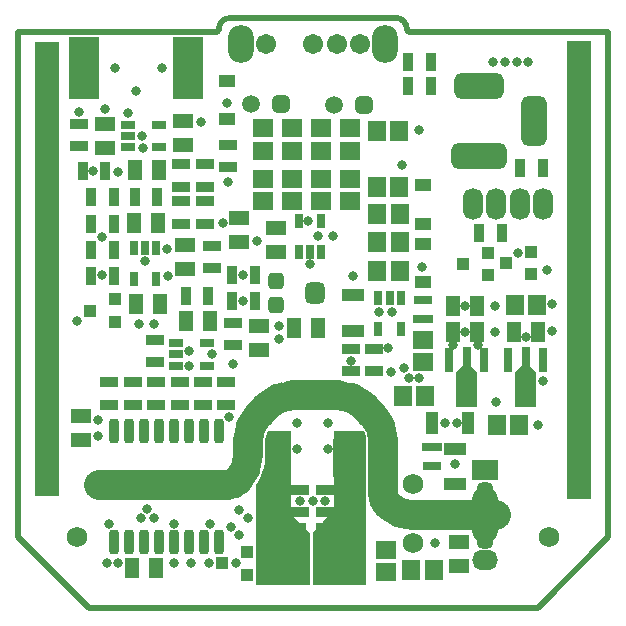
<source format=gts>
G04*
G04 #@! TF.GenerationSoftware,Altium Limited,CircuitStudio,1.5.2 (1.5.2.30)*
G04*
G04 Layer_Color=20142*
%FSLAX44Y44*%
%MOMM*%
G71*
G01*
G75*
%ADD34C,0.5000*%
%ADD36C,2.5000*%
%ADD55R,2.0000X38.7500*%
%ADD56R,2.0000X38.5000*%
%ADD61R,0.9032X1.5032*%
G04:AMPARAMS|DCode=62|XSize=0.8032mm|YSize=2.1032mm|CornerRadius=0.2516mm|HoleSize=0mm|Usage=FLASHONLY|Rotation=180.000|XOffset=0mm|YOffset=0mm|HoleType=Round|Shape=RoundedRectangle|*
%AMROUNDEDRECTD62*
21,1,0.8032,1.6000,0,0,180.0*
21,1,0.3000,2.1032,0,0,180.0*
1,1,0.5032,-0.1500,0.8000*
1,1,0.5032,0.1500,0.8000*
1,1,0.5032,0.1500,-0.8000*
1,1,0.5032,-0.1500,-0.8000*
%
%ADD62ROUNDEDRECTD62*%
%ADD63R,2.6162X5.2832*%
%ADD64R,1.2032X1.7272*%
%ADD65R,1.8032X1.5032*%
%ADD66R,1.5032X1.8032*%
%ADD67R,0.4532X0.4532*%
%ADD68R,0.7432X2.0932*%
%ADD69R,1.5032X0.9032*%
%ADD70R,0.8032X1.2032*%
%ADD71R,1.1176X1.0160*%
%ADD72R,1.7272X1.2032*%
%ADD73R,1.2032X0.8032*%
%ADD74R,1.4232X1.1132*%
%ADD75R,1.9052X1.1172*%
%ADD76R,1.1172X1.9052*%
%ADD77R,1.6032X0.8032*%
%ADD78R,1.6532X0.8032*%
G04:AMPARAMS|DCode=79|XSize=1.8032mm|YSize=3.7032mm|CornerRadius=0.3016mm|HoleSize=0mm|Usage=FLASHONLY|Rotation=0.000|XOffset=0mm|YOffset=0mm|HoleType=Round|Shape=RoundedRectangle|*
%AMROUNDEDRECTD79*
21,1,1.8032,3.1000,0,0,0.0*
21,1,1.2000,3.7032,0,0,0.0*
1,1,0.6032,0.6000,-1.5500*
1,1,0.6032,-0.6000,-1.5500*
1,1,0.6032,-0.6000,1.5500*
1,1,0.6032,0.6000,1.5500*
%
%ADD79ROUNDEDRECTD79*%
%ADD80R,1.8032X3.7032*%
G04:AMPARAMS|DCode=81|XSize=1.4032mm|YSize=1.4032mm|CornerRadius=0.4016mm|HoleSize=0mm|Usage=FLASHONLY|Rotation=270.000|XOffset=0mm|YOffset=0mm|HoleType=Round|Shape=RoundedRectangle|*
%AMROUNDEDRECTD81*
21,1,1.4032,0.6000,0,0,270.0*
21,1,0.6000,1.4032,0,0,270.0*
1,1,0.8032,-0.3000,-0.3000*
1,1,0.8032,-0.3000,0.3000*
1,1,0.8032,0.3000,0.3000*
1,1,0.8032,0.3000,-0.3000*
%
%ADD81ROUNDEDRECTD81*%
G04:AMPARAMS|DCode=82|XSize=1.8032mm|YSize=1.7032mm|CornerRadius=0.4766mm|HoleSize=0mm|Usage=FLASHONLY|Rotation=270.000|XOffset=0mm|YOffset=0mm|HoleType=Round|Shape=RoundedRectangle|*
%AMROUNDEDRECTD82*
21,1,1.8032,0.7500,0,0,270.0*
21,1,0.8500,1.7032,0,0,270.0*
1,1,0.9532,-0.3750,-0.4250*
1,1,0.9532,-0.3750,0.4250*
1,1,0.9532,0.3750,0.4250*
1,1,0.9532,0.3750,-0.4250*
%
%ADD82ROUNDEDRECTD82*%
%ADD83O,1.7032X2.7032*%
%ADD84C,1.7272*%
%ADD85C,1.5032*%
G04:AMPARAMS|DCode=86|XSize=1.5032mm|YSize=1.5032mm|CornerRadius=0.4266mm|HoleSize=0mm|Usage=FLASHONLY|Rotation=180.000|XOffset=0mm|YOffset=0mm|HoleType=Round|Shape=RoundedRectangle|*
%AMROUNDEDRECTD86*
21,1,1.5032,0.6500,0,0,180.0*
21,1,0.6500,1.5032,0,0,180.0*
1,1,0.8532,-0.3250,0.3250*
1,1,0.8532,0.3250,0.3250*
1,1,0.8532,0.3250,-0.3250*
1,1,0.8532,-0.3250,-0.3250*
%
%ADD86ROUNDEDRECTD86*%
G04:AMPARAMS|DCode=87|XSize=2.2032mm|YSize=4.2032mm|CornerRadius=0.6016mm|HoleSize=0mm|Usage=FLASHONLY|Rotation=90.000|XOffset=0mm|YOffset=0mm|HoleType=Round|Shape=RoundedRectangle|*
%AMROUNDEDRECTD87*
21,1,2.2032,3.0000,0,0,90.0*
21,1,1.0000,4.2032,0,0,90.0*
1,1,1.2032,1.5000,0.5000*
1,1,1.2032,1.5000,-0.5000*
1,1,1.2032,-1.5000,-0.5000*
1,1,1.2032,-1.5000,0.5000*
%
%ADD87ROUNDEDRECTD87*%
G04:AMPARAMS|DCode=88|XSize=2.2032mm|YSize=4.7032mm|CornerRadius=0.6016mm|HoleSize=0mm|Usage=FLASHONLY|Rotation=270.000|XOffset=0mm|YOffset=0mm|HoleType=Round|Shape=RoundedRectangle|*
%AMROUNDEDRECTD88*
21,1,2.2032,3.5000,0,0,270.0*
21,1,1.0000,4.7032,0,0,270.0*
1,1,1.2032,-1.7500,-0.5000*
1,1,1.2032,-1.7500,0.5000*
1,1,1.2032,1.7500,0.5000*
1,1,1.2032,1.7500,-0.5000*
%
%ADD88ROUNDEDRECTD88*%
G04:AMPARAMS|DCode=89|XSize=2.2032mm|YSize=4.2032mm|CornerRadius=0.6016mm|HoleSize=0mm|Usage=FLASHONLY|Rotation=180.000|XOffset=0mm|YOffset=0mm|HoleType=Round|Shape=RoundedRectangle|*
%AMROUNDEDRECTD89*
21,1,2.2032,3.0000,0,0,180.0*
21,1,1.0000,4.2032,0,0,180.0*
1,1,1.2032,-0.5000,1.5000*
1,1,1.2032,0.5000,1.5000*
1,1,1.2032,0.5000,-1.5000*
1,1,1.2032,-0.5000,-1.5000*
%
%ADD89ROUNDEDRECTD89*%
%ADD90C,1.7032*%
%ADD91O,2.2032X3.2032*%
%ADD92R,2.7432X2.7432*%
%ADD93C,2.7432*%
%ADD94O,2.2032X1.7032*%
%ADD95C,2.2032*%
%ADD96R,2.2032X1.7032*%
%ADD97C,0.8032*%
%ADD98C,1.4532*%
G36*
X414000Y500000D02*
X414000Y430000D01*
X430000Y414000D01*
X430000Y370000D01*
X384898D01*
X384000Y370898D01*
X384000Y453950D01*
X385896Y456789D01*
X385948Y456913D01*
X386030Y457020D01*
X388532Y462094D01*
X388567Y462224D01*
X388634Y462341D01*
X390453Y467699D01*
X390471Y467832D01*
X390522Y467956D01*
X391626Y473506D01*
Y473641D01*
X391661Y473770D01*
X392031Y479417D01*
X392022Y479484D01*
X392035Y479550D01*
Y479550D01*
X392034Y479557D01*
X392035Y479565D01*
X391943Y492265D01*
X391891Y492516D01*
X392176Y495410D01*
X393098Y498448D01*
X393927Y500000D01*
X414000Y500000D01*
D02*
G37*
G36*
X476002Y498448D02*
X476924Y495410D01*
X477000Y494637D01*
X477000Y370013D01*
X432898Y369973D01*
X432000Y370871D01*
X432000Y413600D01*
X450000Y432800D01*
X450000Y500000D01*
X475172Y500000D01*
X476002Y498448D01*
D02*
G37*
G36*
X615999Y555499D02*
X621500Y550000D01*
X621500Y520500D01*
X603500D01*
X603499Y549999D01*
X609001Y555500D01*
X609000Y571000D01*
X616000D01*
X615999Y555499D01*
D02*
G37*
G36*
X565999D02*
X571500Y550000D01*
X571500Y520500D01*
X553500D01*
X553499Y549999D01*
X559001Y555500D01*
X559000Y571000D01*
X566000D01*
X565999Y555499D01*
D02*
G37*
D34*
X350049Y837549D02*
G03*
X352549Y840049I0J2500D01*
G01*
X362549Y850049D02*
G03*
X352549Y840049I0J-10000D01*
G01*
X512000D02*
G03*
X514500Y837549I2500J0D01*
G01*
X512000Y840049D02*
G03*
X502000Y850049I-10000J0D01*
G01*
X362549D02*
X502000D01*
X667500Y837549D02*
X682500D01*
X514500D02*
X667500D01*
X182500Y837500D02*
X350049D01*
X682500Y410000D02*
Y837549D01*
X622600Y350100D02*
X682500Y410000D01*
X182500D02*
Y837500D01*
X242400Y350100D02*
X622600D01*
X182500Y410000D02*
X242400Y350100D01*
D36*
X359439Y454150D02*
G03*
X368420Y457870I0J12700D01*
G01*
D02*
G03*
X377400Y479550I-21680J21680D01*
G01*
X386380Y513930D02*
G03*
X377400Y492250I21680J-21680D01*
G01*
X415500Y530350D02*
G03*
X393820Y521370I0J-30661D01*
G01*
X475280D02*
G03*
X453600Y530350I-21680J-21680D01*
G01*
X491700Y492250D02*
G03*
X482720Y513930I-30661J0D01*
G01*
X491700Y446711D02*
G03*
X495420Y437730I12700J0D01*
G01*
D02*
G03*
X517100Y428750I21680J21680D01*
G01*
X251000Y454150D02*
X359439D01*
X377400Y479550D02*
Y492250D01*
X386380Y513930D02*
X393820Y521370D01*
X415500Y530350D02*
X453600D01*
X475280Y521370D02*
X482720Y513930D01*
X491700Y446711D02*
Y492250D01*
X517100Y428750D02*
X587250D01*
D55*
X657500Y636250D02*
D03*
D56*
X207500Y637500D02*
D03*
D61*
X627000Y722500D02*
D03*
X608000D02*
D03*
X573000Y667500D02*
D03*
X592000D02*
D03*
X300500Y698000D02*
D03*
X281500D02*
D03*
X263500Y631000D02*
D03*
X244500D02*
D03*
X263500Y675667D02*
D03*
X244500D02*
D03*
X263500Y698000D02*
D03*
X244500D02*
D03*
X513000Y812500D02*
D03*
X532000D02*
D03*
X263500Y653333D02*
D03*
X244500D02*
D03*
X237549Y719790D02*
D03*
X256549D02*
D03*
X513000Y792500D02*
D03*
X532000D02*
D03*
X364000Y610000D02*
D03*
X383000D02*
D03*
Y632000D02*
D03*
X364000D02*
D03*
X343500Y614000D02*
D03*
X324500D02*
D03*
D62*
X352700Y500250D02*
D03*
X263800D02*
D03*
X276500D02*
D03*
X289200D02*
D03*
X301900D02*
D03*
X314600D02*
D03*
X327300D02*
D03*
X340000D02*
D03*
X352700Y406250D02*
D03*
X340000D02*
D03*
X327300D02*
D03*
X314600D02*
D03*
X301900D02*
D03*
X289200D02*
D03*
X276500D02*
D03*
X263800D02*
D03*
D63*
X238685Y807000D02*
D03*
X326315D02*
D03*
D64*
X420590Y414000D02*
D03*
X440910D02*
D03*
X622660Y584000D02*
D03*
X602340D02*
D03*
X280840Y676000D02*
D03*
X301160D02*
D03*
X324590Y593000D02*
D03*
X344910D02*
D03*
X571410Y584000D02*
D03*
X551090D02*
D03*
X571160Y606250D02*
D03*
X550840D02*
D03*
X299160Y383840D02*
D03*
X278840D02*
D03*
X281270Y720730D02*
D03*
X301590D02*
D03*
X282840Y607500D02*
D03*
X303160D02*
D03*
X416340Y587500D02*
D03*
X436660D02*
D03*
D65*
X439020Y737210D02*
D03*
Y756210D02*
D03*
X463597Y737210D02*
D03*
Y756210D02*
D03*
X414443Y737210D02*
D03*
Y756210D02*
D03*
X389867Y737210D02*
D03*
Y756210D02*
D03*
X439020Y713710D02*
D03*
Y694710D02*
D03*
X463597Y713710D02*
D03*
Y694710D02*
D03*
X414443Y713710D02*
D03*
Y694710D02*
D03*
X389867Y713710D02*
D03*
Y694710D02*
D03*
X525250Y577150D02*
D03*
Y558150D02*
D03*
X494000Y380500D02*
D03*
Y399500D02*
D03*
D66*
X607000Y505000D02*
D03*
X588000D02*
D03*
X603000Y606410D02*
D03*
X622000D02*
D03*
X486500Y754250D02*
D03*
X505500D02*
D03*
X505250Y707000D02*
D03*
X486250D02*
D03*
X505750Y635900D02*
D03*
X486750D02*
D03*
X505750Y659950D02*
D03*
X486750D02*
D03*
X534500Y382000D02*
D03*
X515500D02*
D03*
X527250Y530000D02*
D03*
X508250D02*
D03*
X505750Y684000D02*
D03*
X486750D02*
D03*
D67*
X612500Y529500D02*
D03*
X562500D02*
D03*
D68*
X597500Y560500D02*
D03*
X627500D02*
D03*
X547500D02*
D03*
X577500D02*
D03*
D69*
X359000Y541250D02*
D03*
Y522250D02*
D03*
X260000Y541250D02*
D03*
Y522250D02*
D03*
X339200Y541250D02*
D03*
Y522250D02*
D03*
X279800Y541250D02*
D03*
Y522250D02*
D03*
X484249Y569500D02*
D03*
Y550500D02*
D03*
X464250Y569500D02*
D03*
Y550500D02*
D03*
X299000Y577500D02*
D03*
Y558500D02*
D03*
X442500Y431500D02*
D03*
Y450500D02*
D03*
X321000Y675500D02*
D03*
Y694500D02*
D03*
X319400Y541250D02*
D03*
Y522250D02*
D03*
X321000Y726000D02*
D03*
Y707000D02*
D03*
X341000Y726000D02*
D03*
Y707000D02*
D03*
X365000Y591500D02*
D03*
Y572500D02*
D03*
X299600Y541250D02*
D03*
Y522250D02*
D03*
X421500Y431500D02*
D03*
Y450500D02*
D03*
X360000Y723598D02*
D03*
Y742598D02*
D03*
X341000Y675500D02*
D03*
Y694500D02*
D03*
X234250Y760250D02*
D03*
Y741250D02*
D03*
X347000Y657000D02*
D03*
Y638000D02*
D03*
D70*
X299499Y655002D02*
D03*
X290000D02*
D03*
X280500D02*
D03*
Y628998D02*
D03*
X299499D02*
D03*
X506749Y612652D02*
D03*
X497250D02*
D03*
X487750D02*
D03*
Y586648D02*
D03*
X506749D02*
D03*
X420500Y678002D02*
D03*
X439499D02*
D03*
Y651998D02*
D03*
X430000D02*
D03*
X420500D02*
D03*
D71*
X355412Y387924D02*
D03*
X376588Y397576D02*
D03*
Y378424D02*
D03*
X595928Y642331D02*
D03*
X617104Y651983D02*
D03*
Y632831D02*
D03*
X243412Y601924D02*
D03*
X264588Y611576D02*
D03*
Y592424D02*
D03*
X580354Y631831D02*
D03*
Y650983D02*
D03*
X559178Y641331D02*
D03*
D72*
X387000Y589160D02*
D03*
Y568840D02*
D03*
X556000Y406160D02*
D03*
Y385840D02*
D03*
X256500Y760160D02*
D03*
Y739840D02*
D03*
X235750Y492590D02*
D03*
Y512910D02*
D03*
X322500Y741840D02*
D03*
Y762160D02*
D03*
X401000Y651840D02*
D03*
Y672160D02*
D03*
X324000Y657160D02*
D03*
Y636840D02*
D03*
X369500Y659840D02*
D03*
Y680160D02*
D03*
D73*
X275748Y759500D02*
D03*
Y750000D02*
D03*
Y740500D02*
D03*
X301752D02*
D03*
Y759500D02*
D03*
X316747Y574500D02*
D03*
Y565000D02*
D03*
Y555500D02*
D03*
X342752D02*
D03*
Y574500D02*
D03*
D74*
X525500Y658600D02*
D03*
Y625900D02*
D03*
X525500Y675650D02*
D03*
Y708350D02*
D03*
X359500Y763900D02*
D03*
Y796600D02*
D03*
D75*
X552750Y485220D02*
D03*
Y454780D02*
D03*
X466250Y614870D02*
D03*
Y584430D02*
D03*
D76*
X563970Y506500D02*
D03*
X533530D02*
D03*
D77*
X533000Y470500D02*
D03*
X525250Y610650D02*
D03*
D78*
X533000Y486500D02*
D03*
X525250Y594650D02*
D03*
D79*
X459000Y477500D02*
D03*
D80*
X405000D02*
D03*
D81*
X401000Y627000D02*
D03*
Y607000D02*
D03*
D82*
X434000Y617000D02*
D03*
D83*
X567500Y692500D02*
D03*
X587500D02*
D03*
X607500D02*
D03*
X627500D02*
D03*
D84*
X232500Y410000D02*
D03*
X632500D02*
D03*
X517000Y405000D02*
D03*
Y455000D02*
D03*
D85*
X379800Y777000D02*
D03*
X449800Y776000D02*
D03*
D86*
X405200Y777000D02*
D03*
X475200Y776000D02*
D03*
D87*
X572500Y792500D02*
D03*
D88*
Y732500D02*
D03*
D89*
X619500Y762500D02*
D03*
D90*
X392500Y827500D02*
D03*
X432500D02*
D03*
X452500D02*
D03*
X472500D02*
D03*
D91*
X371500D02*
D03*
X493500D02*
D03*
D92*
X457900Y390000D02*
D03*
D93*
X407100D02*
D03*
D94*
X578250Y390650D02*
D03*
D95*
Y416050D02*
D03*
Y441450D02*
D03*
D96*
Y466850D02*
D03*
D97*
X630750Y636395D02*
D03*
X585000Y812500D02*
D03*
X595000D02*
D03*
X605000D02*
D03*
X613988D02*
D03*
X507500Y725000D02*
D03*
X522500Y755000D02*
D03*
X345500Y421750D02*
D03*
X314500D02*
D03*
X292250Y434000D02*
D03*
X297500Y426250D02*
D03*
X286750Y426750D02*
D03*
X259750Y421500D02*
D03*
X282500Y787750D02*
D03*
X657500Y805000D02*
D03*
X524500Y638750D02*
D03*
X572250Y573000D02*
D03*
X403500Y578000D02*
D03*
X449500Y665000D02*
D03*
X403500Y589000D02*
D03*
X373500Y632000D02*
D03*
Y610000D02*
D03*
X657500Y705000D02*
D03*
Y685000D02*
D03*
Y695000D02*
D03*
X232500Y593000D02*
D03*
X288000Y750000D02*
D03*
X657500Y675000D02*
D03*
X207500Y665000D02*
D03*
X359500Y777715D02*
D03*
X509400Y553052D02*
D03*
X256500Y773000D02*
D03*
X337500Y762000D02*
D03*
X288500Y740000D02*
D03*
X267500Y719460D02*
D03*
X360000Y710598D02*
D03*
X207500Y715000D02*
D03*
X234250Y769751D02*
D03*
X635000Y607500D02*
D03*
Y585000D02*
D03*
X627500Y542500D02*
D03*
X622500Y505000D02*
D03*
X612500Y580000D02*
D03*
Y542500D02*
D03*
X513250Y545250D02*
D03*
X522500D02*
D03*
X587499Y525000D02*
D03*
X586500Y584000D02*
D03*
X586250Y606250D02*
D03*
X657500Y585000D02*
D03*
Y595000D02*
D03*
Y605000D02*
D03*
X464250Y559250D02*
D03*
X207500Y485000D02*
D03*
Y475000D02*
D03*
Y805000D02*
D03*
Y825000D02*
D03*
Y815000D02*
D03*
Y795000D02*
D03*
Y755000D02*
D03*
Y775000D02*
D03*
Y785000D02*
D03*
Y765000D02*
D03*
Y735000D02*
D03*
Y745000D02*
D03*
Y725000D02*
D03*
Y605000D02*
D03*
Y625000D02*
D03*
Y615000D02*
D03*
Y595000D02*
D03*
Y645000D02*
D03*
Y655000D02*
D03*
Y635000D02*
D03*
Y675000D02*
D03*
Y695000D02*
D03*
Y705000D02*
D03*
Y685000D02*
D03*
Y505000D02*
D03*
Y495000D02*
D03*
Y525000D02*
D03*
Y545000D02*
D03*
Y535000D02*
D03*
Y515000D02*
D03*
Y555000D02*
D03*
Y575000D02*
D03*
Y585000D02*
D03*
Y565000D02*
D03*
X657500Y465000D02*
D03*
Y455000D02*
D03*
Y565000D02*
D03*
Y575000D02*
D03*
Y555000D02*
D03*
Y515000D02*
D03*
Y535000D02*
D03*
Y545000D02*
D03*
Y525000D02*
D03*
Y475000D02*
D03*
Y495000D02*
D03*
Y505000D02*
D03*
Y485000D02*
D03*
Y635000D02*
D03*
Y655000D02*
D03*
Y665000D02*
D03*
Y645000D02*
D03*
Y615000D02*
D03*
Y625000D02*
D03*
Y725000D02*
D03*
Y745000D02*
D03*
Y735000D02*
D03*
Y715000D02*
D03*
Y765000D02*
D03*
Y785000D02*
D03*
Y775000D02*
D03*
Y755000D02*
D03*
Y795000D02*
D03*
Y815000D02*
D03*
Y825000D02*
D03*
X361000Y512000D02*
D03*
X370000Y412000D02*
D03*
X363000Y419000D02*
D03*
X370000Y433000D02*
D03*
X367000Y388000D02*
D03*
X258000D02*
D03*
X329500D02*
D03*
X344000D02*
D03*
X267000D02*
D03*
X315000D02*
D03*
X304500Y807500D02*
D03*
X264500D02*
D03*
X498250Y550000D02*
D03*
X466250Y631000D02*
D03*
X499250Y601000D02*
D03*
X496250Y570000D02*
D03*
X488250Y601000D02*
D03*
X536000Y405660D02*
D03*
X327250Y555250D02*
D03*
X552750Y472000D02*
D03*
X544000Y506500D02*
D03*
X554500D02*
D03*
X561250Y583750D02*
D03*
X550840Y573000D02*
D03*
X347250Y565000D02*
D03*
X298001Y590499D02*
D03*
X606266Y650983D02*
D03*
X560999Y605999D02*
D03*
X428000Y678000D02*
D03*
X437000Y665000D02*
D03*
X429500Y641500D02*
D03*
X376999Y426000D02*
D03*
X445000Y485000D02*
D03*
X419000D02*
D03*
X421500Y441000D02*
D03*
X442500D02*
D03*
X432230D02*
D03*
X419000Y507000D02*
D03*
X445000D02*
D03*
X327000Y568000D02*
D03*
X250750Y509750D02*
D03*
Y495750D02*
D03*
X275500Y769000D02*
D03*
X246049Y719790D02*
D03*
X365000Y557000D02*
D03*
X290000Y644000D02*
D03*
X309000Y654000D02*
D03*
X309382Y631000D02*
D03*
X254000Y632000D02*
D03*
Y664000D02*
D03*
X356000Y676000D02*
D03*
X384951Y660710D02*
D03*
X284875Y590500D02*
D03*
D98*
X578250Y407164D02*
D03*
Y450336D02*
D03*
M02*

</source>
